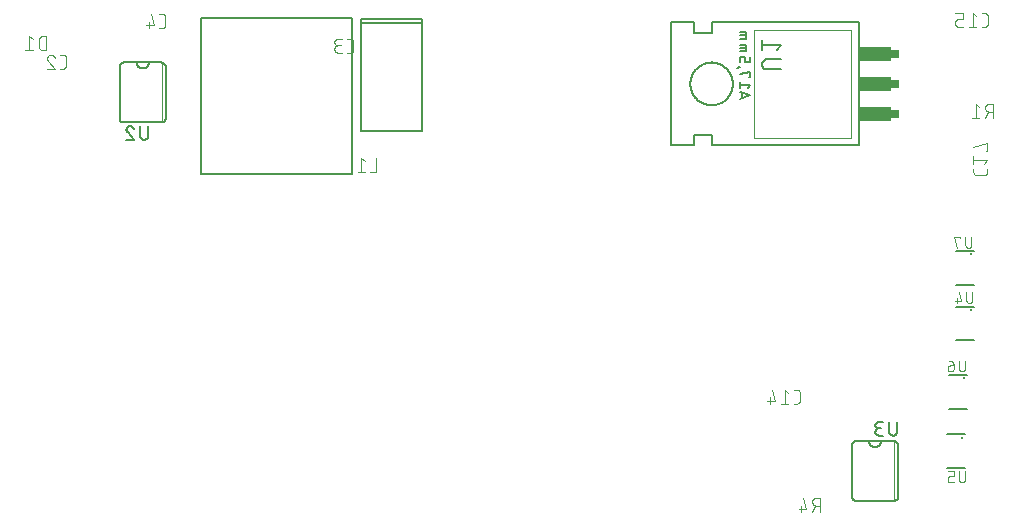
<source format=gbr>
G04 EAGLE Gerber RS-274X export*
G75*
%MOMM*%
%FSLAX34Y34*%
%LPD*%
%INSilkscreen Bottom*%
%IPPOS*%
%AMOC8*
5,1,8,0,0,1.08239X$1,22.5*%
G01*
%ADD10C,0.101600*%
%ADD11C,0.127000*%
%ADD12C,0.152400*%
%ADD13C,0.050800*%
%ADD14R,0.635000X0.762000*%
%ADD15R,2.794000X1.270000*%
%ADD16C,0.177800*%
%ADD17C,0.200000*%


D10*
X130264Y744368D02*
X132861Y744368D01*
X132960Y744370D01*
X133060Y744376D01*
X133159Y744385D01*
X133257Y744398D01*
X133355Y744415D01*
X133453Y744436D01*
X133549Y744461D01*
X133644Y744489D01*
X133738Y744521D01*
X133831Y744556D01*
X133923Y744595D01*
X134013Y744638D01*
X134101Y744683D01*
X134188Y744733D01*
X134272Y744785D01*
X134355Y744841D01*
X134435Y744899D01*
X134513Y744961D01*
X134588Y745026D01*
X134661Y745094D01*
X134731Y745164D01*
X134799Y745237D01*
X134864Y745312D01*
X134926Y745390D01*
X134984Y745470D01*
X135040Y745553D01*
X135092Y745637D01*
X135142Y745724D01*
X135187Y745812D01*
X135230Y745902D01*
X135269Y745994D01*
X135304Y746087D01*
X135336Y746181D01*
X135364Y746276D01*
X135389Y746372D01*
X135410Y746470D01*
X135427Y746568D01*
X135440Y746666D01*
X135449Y746765D01*
X135455Y746865D01*
X135457Y746964D01*
X135457Y753456D01*
X135455Y753555D01*
X135449Y753655D01*
X135440Y753754D01*
X135427Y753852D01*
X135410Y753950D01*
X135389Y754048D01*
X135364Y754144D01*
X135336Y754239D01*
X135304Y754333D01*
X135269Y754426D01*
X135230Y754518D01*
X135187Y754608D01*
X135142Y754696D01*
X135092Y754783D01*
X135040Y754867D01*
X134984Y754950D01*
X134926Y755030D01*
X134864Y755108D01*
X134799Y755183D01*
X134731Y755256D01*
X134661Y755326D01*
X134588Y755394D01*
X134513Y755459D01*
X134435Y755521D01*
X134355Y755579D01*
X134272Y755635D01*
X134188Y755687D01*
X134101Y755737D01*
X134013Y755782D01*
X133923Y755825D01*
X133831Y755864D01*
X133738Y755899D01*
X133644Y755931D01*
X133549Y755959D01*
X133453Y755984D01*
X133355Y756005D01*
X133257Y756022D01*
X133159Y756035D01*
X133060Y756044D01*
X132960Y756050D01*
X132861Y756052D01*
X130264Y756052D01*
X122329Y756052D02*
X122222Y756050D01*
X122116Y756044D01*
X122010Y756034D01*
X121904Y756021D01*
X121798Y756003D01*
X121694Y755982D01*
X121590Y755957D01*
X121487Y755928D01*
X121386Y755896D01*
X121286Y755859D01*
X121187Y755819D01*
X121089Y755776D01*
X120993Y755729D01*
X120899Y755678D01*
X120807Y755624D01*
X120717Y755567D01*
X120629Y755507D01*
X120544Y755443D01*
X120461Y755376D01*
X120380Y755306D01*
X120302Y755234D01*
X120226Y755158D01*
X120154Y755080D01*
X120084Y754999D01*
X120017Y754916D01*
X119953Y754831D01*
X119893Y754743D01*
X119836Y754653D01*
X119782Y754561D01*
X119731Y754467D01*
X119684Y754371D01*
X119641Y754273D01*
X119601Y754174D01*
X119564Y754074D01*
X119532Y753973D01*
X119503Y753870D01*
X119478Y753766D01*
X119457Y753662D01*
X119439Y753556D01*
X119426Y753450D01*
X119416Y753344D01*
X119410Y753238D01*
X119408Y753131D01*
X122329Y756052D02*
X122450Y756050D01*
X122571Y756044D01*
X122691Y756034D01*
X122812Y756021D01*
X122931Y756003D01*
X123051Y755982D01*
X123169Y755957D01*
X123286Y755928D01*
X123403Y755895D01*
X123518Y755859D01*
X123632Y755818D01*
X123745Y755775D01*
X123857Y755727D01*
X123966Y755676D01*
X124074Y755621D01*
X124181Y755563D01*
X124285Y755502D01*
X124387Y755437D01*
X124487Y755369D01*
X124585Y755298D01*
X124681Y755224D01*
X124774Y755147D01*
X124864Y755066D01*
X124952Y754983D01*
X125037Y754897D01*
X125120Y754808D01*
X125199Y754717D01*
X125276Y754623D01*
X125349Y754527D01*
X125419Y754429D01*
X125486Y754328D01*
X125550Y754225D01*
X125611Y754120D01*
X125668Y754013D01*
X125721Y753905D01*
X125771Y753795D01*
X125817Y753683D01*
X125860Y753570D01*
X125899Y753455D01*
X120382Y750859D02*
X120303Y750937D01*
X120227Y751017D01*
X120154Y751100D01*
X120084Y751186D01*
X120017Y751273D01*
X119953Y751364D01*
X119893Y751456D01*
X119835Y751550D01*
X119781Y751647D01*
X119731Y751745D01*
X119684Y751845D01*
X119640Y751946D01*
X119600Y752049D01*
X119564Y752154D01*
X119532Y752259D01*
X119503Y752366D01*
X119478Y752473D01*
X119456Y752582D01*
X119439Y752691D01*
X119425Y752800D01*
X119416Y752910D01*
X119410Y753021D01*
X119408Y753131D01*
X120382Y750859D02*
X125899Y744368D01*
X119408Y744368D01*
D11*
X436494Y782088D02*
X436494Y691488D01*
X436494Y782088D02*
X436494Y782688D01*
X385494Y782688D01*
X385494Y781588D01*
X385494Y691488D01*
X436494Y691488D01*
X436494Y782088D02*
X436494Y786588D01*
X385494Y786588D01*
X385494Y781588D01*
D10*
X376085Y757716D02*
X373488Y757716D01*
X376085Y757716D02*
X376184Y757718D01*
X376284Y757724D01*
X376383Y757733D01*
X376481Y757746D01*
X376579Y757763D01*
X376677Y757784D01*
X376773Y757809D01*
X376868Y757837D01*
X376962Y757869D01*
X377055Y757904D01*
X377147Y757943D01*
X377237Y757986D01*
X377325Y758031D01*
X377412Y758081D01*
X377496Y758133D01*
X377579Y758189D01*
X377659Y758247D01*
X377737Y758309D01*
X377812Y758374D01*
X377885Y758442D01*
X377955Y758512D01*
X378023Y758585D01*
X378088Y758660D01*
X378150Y758738D01*
X378208Y758818D01*
X378264Y758901D01*
X378316Y758985D01*
X378366Y759072D01*
X378411Y759160D01*
X378454Y759250D01*
X378493Y759342D01*
X378528Y759435D01*
X378560Y759529D01*
X378588Y759624D01*
X378613Y759720D01*
X378634Y759818D01*
X378651Y759916D01*
X378664Y760014D01*
X378673Y760113D01*
X378679Y760213D01*
X378681Y760312D01*
X378681Y766804D01*
X378679Y766903D01*
X378673Y767003D01*
X378664Y767102D01*
X378651Y767200D01*
X378634Y767298D01*
X378613Y767396D01*
X378588Y767492D01*
X378560Y767587D01*
X378528Y767681D01*
X378493Y767774D01*
X378454Y767866D01*
X378411Y767956D01*
X378366Y768044D01*
X378316Y768131D01*
X378264Y768215D01*
X378208Y768298D01*
X378150Y768378D01*
X378088Y768456D01*
X378023Y768531D01*
X377955Y768604D01*
X377885Y768674D01*
X377812Y768742D01*
X377737Y768807D01*
X377659Y768869D01*
X377579Y768927D01*
X377496Y768983D01*
X377412Y769035D01*
X377325Y769085D01*
X377237Y769130D01*
X377147Y769173D01*
X377055Y769212D01*
X376962Y769247D01*
X376868Y769279D01*
X376773Y769307D01*
X376677Y769332D01*
X376579Y769353D01*
X376481Y769370D01*
X376383Y769383D01*
X376284Y769392D01*
X376184Y769398D01*
X376085Y769400D01*
X373488Y769400D01*
X369123Y757716D02*
X365878Y757716D01*
X365765Y757718D01*
X365652Y757724D01*
X365539Y757734D01*
X365426Y757748D01*
X365314Y757765D01*
X365203Y757787D01*
X365093Y757812D01*
X364983Y757842D01*
X364875Y757875D01*
X364768Y757912D01*
X364662Y757952D01*
X364558Y757997D01*
X364455Y758045D01*
X364354Y758096D01*
X364255Y758151D01*
X364158Y758209D01*
X364063Y758271D01*
X363970Y758336D01*
X363880Y758404D01*
X363792Y758475D01*
X363706Y758550D01*
X363623Y758627D01*
X363543Y758707D01*
X363466Y758790D01*
X363391Y758876D01*
X363320Y758964D01*
X363252Y759054D01*
X363187Y759147D01*
X363125Y759242D01*
X363067Y759339D01*
X363012Y759438D01*
X362961Y759539D01*
X362913Y759642D01*
X362868Y759746D01*
X362828Y759852D01*
X362791Y759959D01*
X362758Y760067D01*
X362728Y760177D01*
X362703Y760287D01*
X362681Y760398D01*
X362664Y760510D01*
X362650Y760623D01*
X362640Y760736D01*
X362634Y760849D01*
X362632Y760962D01*
X362634Y761075D01*
X362640Y761188D01*
X362650Y761301D01*
X362664Y761414D01*
X362681Y761526D01*
X362703Y761637D01*
X362728Y761747D01*
X362758Y761857D01*
X362791Y761965D01*
X362828Y762072D01*
X362868Y762178D01*
X362913Y762282D01*
X362961Y762385D01*
X363012Y762486D01*
X363067Y762585D01*
X363125Y762682D01*
X363187Y762777D01*
X363252Y762870D01*
X363320Y762960D01*
X363391Y763048D01*
X363466Y763134D01*
X363543Y763217D01*
X363623Y763297D01*
X363706Y763374D01*
X363792Y763449D01*
X363880Y763520D01*
X363970Y763588D01*
X364063Y763653D01*
X364158Y763715D01*
X364255Y763773D01*
X364354Y763828D01*
X364455Y763879D01*
X364558Y763927D01*
X364662Y763972D01*
X364768Y764012D01*
X364875Y764049D01*
X364983Y764082D01*
X365093Y764112D01*
X365203Y764137D01*
X365314Y764159D01*
X365426Y764176D01*
X365539Y764190D01*
X365652Y764200D01*
X365765Y764206D01*
X365878Y764208D01*
X365228Y769400D02*
X369123Y769400D01*
X365228Y769400D02*
X365127Y769398D01*
X365027Y769392D01*
X364927Y769382D01*
X364827Y769369D01*
X364728Y769351D01*
X364629Y769330D01*
X364532Y769305D01*
X364435Y769276D01*
X364340Y769243D01*
X364246Y769207D01*
X364154Y769167D01*
X364063Y769124D01*
X363974Y769077D01*
X363887Y769027D01*
X363801Y768973D01*
X363718Y768916D01*
X363638Y768856D01*
X363559Y768793D01*
X363483Y768726D01*
X363410Y768657D01*
X363340Y768585D01*
X363272Y768511D01*
X363207Y768434D01*
X363146Y768354D01*
X363087Y768272D01*
X363032Y768188D01*
X362980Y768102D01*
X362931Y768014D01*
X362886Y767924D01*
X362844Y767832D01*
X362806Y767739D01*
X362772Y767644D01*
X362741Y767549D01*
X362714Y767452D01*
X362691Y767354D01*
X362671Y767255D01*
X362656Y767155D01*
X362644Y767055D01*
X362636Y766955D01*
X362632Y766854D01*
X362632Y766754D01*
X362636Y766653D01*
X362644Y766553D01*
X362656Y766453D01*
X362671Y766353D01*
X362691Y766254D01*
X362714Y766156D01*
X362741Y766059D01*
X362772Y765964D01*
X362806Y765869D01*
X362844Y765776D01*
X362886Y765684D01*
X362931Y765594D01*
X362980Y765506D01*
X363032Y765420D01*
X363087Y765336D01*
X363146Y765254D01*
X363207Y765174D01*
X363272Y765097D01*
X363340Y765023D01*
X363410Y764951D01*
X363483Y764882D01*
X363559Y764815D01*
X363638Y764752D01*
X363718Y764692D01*
X363801Y764635D01*
X363887Y764581D01*
X363974Y764531D01*
X364063Y764484D01*
X364154Y764441D01*
X364246Y764401D01*
X364340Y764365D01*
X364435Y764332D01*
X364532Y764303D01*
X364629Y764278D01*
X364728Y764257D01*
X364827Y764239D01*
X364927Y764226D01*
X365027Y764216D01*
X365127Y764210D01*
X365228Y764208D01*
X365228Y764207D02*
X367825Y764207D01*
X216809Y778800D02*
X214212Y778800D01*
X216809Y778801D02*
X216908Y778803D01*
X217008Y778809D01*
X217107Y778818D01*
X217205Y778831D01*
X217303Y778848D01*
X217401Y778869D01*
X217497Y778894D01*
X217592Y778922D01*
X217686Y778954D01*
X217779Y778989D01*
X217871Y779028D01*
X217961Y779071D01*
X218049Y779116D01*
X218136Y779166D01*
X218220Y779218D01*
X218303Y779274D01*
X218383Y779332D01*
X218461Y779394D01*
X218536Y779459D01*
X218609Y779527D01*
X218679Y779597D01*
X218747Y779670D01*
X218812Y779745D01*
X218874Y779823D01*
X218932Y779903D01*
X218988Y779986D01*
X219040Y780070D01*
X219090Y780157D01*
X219135Y780245D01*
X219178Y780335D01*
X219217Y780427D01*
X219252Y780520D01*
X219284Y780614D01*
X219312Y780709D01*
X219337Y780805D01*
X219358Y780903D01*
X219375Y781001D01*
X219388Y781099D01*
X219397Y781198D01*
X219403Y781298D01*
X219405Y781397D01*
X219405Y787888D01*
X219403Y787987D01*
X219397Y788087D01*
X219388Y788186D01*
X219375Y788284D01*
X219358Y788382D01*
X219337Y788480D01*
X219312Y788576D01*
X219284Y788671D01*
X219252Y788765D01*
X219217Y788858D01*
X219178Y788950D01*
X219135Y789040D01*
X219090Y789128D01*
X219040Y789215D01*
X218988Y789299D01*
X218932Y789382D01*
X218874Y789462D01*
X218812Y789540D01*
X218747Y789615D01*
X218679Y789688D01*
X218609Y789758D01*
X218536Y789826D01*
X218461Y789891D01*
X218383Y789953D01*
X218303Y790011D01*
X218220Y790067D01*
X218136Y790119D01*
X218049Y790169D01*
X217961Y790214D01*
X217871Y790257D01*
X217779Y790296D01*
X217686Y790331D01*
X217592Y790363D01*
X217497Y790391D01*
X217401Y790416D01*
X217303Y790437D01*
X217205Y790454D01*
X217107Y790467D01*
X217008Y790476D01*
X216908Y790482D01*
X216809Y790484D01*
X214212Y790484D01*
X207251Y790484D02*
X209847Y781397D01*
X203356Y781397D01*
X205303Y783993D02*
X205303Y778800D01*
X118847Y771734D02*
X118847Y760050D01*
X118847Y771734D02*
X115601Y771734D01*
X115488Y771732D01*
X115375Y771726D01*
X115262Y771716D01*
X115149Y771702D01*
X115037Y771685D01*
X114926Y771663D01*
X114816Y771638D01*
X114706Y771608D01*
X114598Y771575D01*
X114491Y771538D01*
X114385Y771498D01*
X114281Y771453D01*
X114178Y771405D01*
X114077Y771354D01*
X113978Y771299D01*
X113881Y771241D01*
X113786Y771179D01*
X113693Y771114D01*
X113603Y771046D01*
X113515Y770975D01*
X113429Y770900D01*
X113346Y770823D01*
X113266Y770743D01*
X113189Y770660D01*
X113114Y770574D01*
X113043Y770486D01*
X112975Y770396D01*
X112910Y770303D01*
X112848Y770208D01*
X112790Y770111D01*
X112735Y770012D01*
X112684Y769911D01*
X112636Y769808D01*
X112591Y769704D01*
X112551Y769598D01*
X112514Y769491D01*
X112481Y769383D01*
X112451Y769273D01*
X112426Y769163D01*
X112404Y769052D01*
X112387Y768940D01*
X112373Y768827D01*
X112363Y768714D01*
X112357Y768601D01*
X112355Y768488D01*
X112356Y768488D02*
X112356Y763296D01*
X112355Y763296D02*
X112357Y763183D01*
X112363Y763070D01*
X112373Y762957D01*
X112387Y762844D01*
X112404Y762732D01*
X112426Y762621D01*
X112451Y762511D01*
X112481Y762401D01*
X112514Y762293D01*
X112551Y762186D01*
X112591Y762080D01*
X112636Y761976D01*
X112684Y761873D01*
X112735Y761772D01*
X112790Y761673D01*
X112848Y761576D01*
X112910Y761481D01*
X112975Y761388D01*
X113043Y761298D01*
X113114Y761210D01*
X113189Y761124D01*
X113266Y761041D01*
X113346Y760961D01*
X113429Y760884D01*
X113515Y760809D01*
X113603Y760738D01*
X113693Y760670D01*
X113786Y760605D01*
X113881Y760543D01*
X113978Y760485D01*
X114077Y760430D01*
X114178Y760379D01*
X114281Y760331D01*
X114385Y760286D01*
X114491Y760246D01*
X114598Y760209D01*
X114706Y760176D01*
X114816Y760146D01*
X114926Y760121D01*
X115037Y760099D01*
X115149Y760082D01*
X115262Y760068D01*
X115375Y760058D01*
X115488Y760052D01*
X115601Y760050D01*
X118847Y760050D01*
X107036Y769138D02*
X103790Y771734D01*
X103790Y760050D01*
X100545Y760050D02*
X107036Y760050D01*
D11*
X249893Y654801D02*
X377893Y654801D01*
X377893Y786801D01*
X249893Y786801D01*
X249893Y654801D01*
D10*
X398205Y656929D02*
X398205Y668613D01*
X398205Y656929D02*
X393012Y656929D01*
X388702Y666017D02*
X385457Y668613D01*
X385457Y656929D01*
X388702Y656929D02*
X382211Y656929D01*
D12*
X180752Y702650D02*
X180752Y745830D01*
X219868Y702650D02*
X219866Y702528D01*
X219860Y702406D01*
X219850Y702284D01*
X219837Y702163D01*
X219819Y702042D01*
X219798Y701922D01*
X219772Y701802D01*
X219743Y701684D01*
X219711Y701566D01*
X219674Y701449D01*
X219634Y701334D01*
X219590Y701220D01*
X219542Y701108D01*
X219491Y700997D01*
X219436Y700888D01*
X219378Y700780D01*
X219316Y700675D01*
X219251Y700572D01*
X219183Y700470D01*
X219111Y700371D01*
X219037Y700275D01*
X218959Y700180D01*
X218878Y700089D01*
X218795Y699999D01*
X218709Y699913D01*
X218619Y699830D01*
X218528Y699749D01*
X218433Y699671D01*
X218337Y699597D01*
X218238Y699525D01*
X218136Y699457D01*
X218033Y699392D01*
X217928Y699330D01*
X217820Y699272D01*
X217711Y699217D01*
X217600Y699166D01*
X217488Y699118D01*
X217374Y699074D01*
X217259Y699034D01*
X217142Y698997D01*
X217024Y698965D01*
X216906Y698936D01*
X216786Y698910D01*
X216666Y698889D01*
X216545Y698871D01*
X216424Y698858D01*
X216302Y698848D01*
X216180Y698842D01*
X216058Y698840D01*
X180752Y745830D02*
X180754Y745952D01*
X180760Y746074D01*
X180770Y746196D01*
X180783Y746317D01*
X180801Y746438D01*
X180822Y746558D01*
X180848Y746678D01*
X180877Y746796D01*
X180909Y746914D01*
X180946Y747031D01*
X180986Y747146D01*
X181030Y747260D01*
X181078Y747372D01*
X181129Y747483D01*
X181184Y747592D01*
X181242Y747700D01*
X181304Y747805D01*
X181369Y747908D01*
X181437Y748010D01*
X181509Y748109D01*
X181583Y748205D01*
X181661Y748300D01*
X181742Y748391D01*
X181825Y748481D01*
X181911Y748567D01*
X182001Y748650D01*
X182092Y748731D01*
X182187Y748809D01*
X182283Y748883D01*
X182382Y748955D01*
X182484Y749023D01*
X182587Y749088D01*
X182692Y749150D01*
X182800Y749208D01*
X182909Y749263D01*
X183020Y749314D01*
X183132Y749362D01*
X183246Y749406D01*
X183361Y749446D01*
X183478Y749483D01*
X183596Y749515D01*
X183714Y749544D01*
X183834Y749570D01*
X183954Y749591D01*
X184075Y749609D01*
X184196Y749622D01*
X184318Y749632D01*
X184440Y749638D01*
X184562Y749640D01*
X180752Y702650D02*
X180754Y702528D01*
X180760Y702406D01*
X180770Y702284D01*
X180783Y702163D01*
X180801Y702042D01*
X180822Y701922D01*
X180848Y701802D01*
X180877Y701684D01*
X180909Y701566D01*
X180946Y701449D01*
X180986Y701334D01*
X181030Y701220D01*
X181078Y701108D01*
X181129Y700997D01*
X181184Y700888D01*
X181242Y700780D01*
X181304Y700675D01*
X181369Y700572D01*
X181437Y700470D01*
X181509Y700371D01*
X181583Y700275D01*
X181661Y700180D01*
X181742Y700089D01*
X181825Y699999D01*
X181911Y699913D01*
X182001Y699830D01*
X182092Y699749D01*
X182187Y699671D01*
X182283Y699597D01*
X182382Y699525D01*
X182484Y699457D01*
X182587Y699392D01*
X182692Y699330D01*
X182800Y699272D01*
X182909Y699217D01*
X183020Y699166D01*
X183132Y699118D01*
X183246Y699074D01*
X183361Y699034D01*
X183478Y698997D01*
X183596Y698965D01*
X183714Y698936D01*
X183834Y698910D01*
X183954Y698889D01*
X184075Y698871D01*
X184196Y698858D01*
X184318Y698848D01*
X184440Y698842D01*
X184562Y698840D01*
X219868Y745830D02*
X219866Y745952D01*
X219860Y746074D01*
X219850Y746196D01*
X219837Y746317D01*
X219819Y746438D01*
X219798Y746558D01*
X219772Y746678D01*
X219743Y746796D01*
X219711Y746914D01*
X219674Y747031D01*
X219634Y747146D01*
X219590Y747260D01*
X219542Y747372D01*
X219491Y747483D01*
X219436Y747592D01*
X219378Y747700D01*
X219316Y747805D01*
X219251Y747908D01*
X219183Y748010D01*
X219111Y748109D01*
X219037Y748205D01*
X218959Y748300D01*
X218878Y748391D01*
X218795Y748481D01*
X218709Y748567D01*
X218619Y748650D01*
X218528Y748731D01*
X218433Y748809D01*
X218337Y748883D01*
X218238Y748955D01*
X218136Y749023D01*
X218033Y749088D01*
X217928Y749150D01*
X217820Y749208D01*
X217711Y749263D01*
X217600Y749314D01*
X217488Y749362D01*
X217374Y749406D01*
X217259Y749446D01*
X217142Y749483D01*
X217024Y749515D01*
X216906Y749544D01*
X216786Y749570D01*
X216666Y749591D01*
X216545Y749609D01*
X216424Y749622D01*
X216302Y749632D01*
X216180Y749638D01*
X216058Y749640D01*
X219868Y745830D02*
X219868Y702650D01*
X216058Y698840D02*
X184562Y698840D01*
X184562Y749640D02*
X195230Y749640D01*
X205390Y749640D01*
X216058Y749640D01*
X205390Y749640D02*
X205388Y749499D01*
X205382Y749358D01*
X205372Y749217D01*
X205359Y749076D01*
X205341Y748936D01*
X205319Y748797D01*
X205294Y748658D01*
X205265Y748519D01*
X205232Y748382D01*
X205195Y748246D01*
X205154Y748111D01*
X205110Y747976D01*
X205062Y747844D01*
X205010Y747712D01*
X204955Y747582D01*
X204896Y747454D01*
X204833Y747327D01*
X204767Y747203D01*
X204698Y747080D01*
X204625Y746959D01*
X204549Y746840D01*
X204469Y746723D01*
X204386Y746609D01*
X204301Y746496D01*
X204212Y746387D01*
X204120Y746279D01*
X204025Y746175D01*
X203927Y746073D01*
X203826Y745974D01*
X203723Y745877D01*
X203617Y745784D01*
X203509Y745694D01*
X203398Y745606D01*
X203285Y745522D01*
X203169Y745441D01*
X203051Y745363D01*
X202931Y745288D01*
X202809Y745217D01*
X202685Y745149D01*
X202559Y745085D01*
X202432Y745024D01*
X202303Y744967D01*
X202172Y744914D01*
X202040Y744864D01*
X201907Y744817D01*
X201772Y744775D01*
X201636Y744736D01*
X201499Y744701D01*
X201362Y744670D01*
X201223Y744643D01*
X201084Y744619D01*
X200944Y744600D01*
X200804Y744584D01*
X200663Y744572D01*
X200522Y744564D01*
X200381Y744560D01*
X200239Y744560D01*
X200098Y744564D01*
X199957Y744572D01*
X199816Y744584D01*
X199676Y744600D01*
X199536Y744619D01*
X199397Y744643D01*
X199258Y744670D01*
X199121Y744701D01*
X198984Y744736D01*
X198848Y744775D01*
X198713Y744817D01*
X198580Y744864D01*
X198448Y744914D01*
X198317Y744967D01*
X198188Y745024D01*
X198061Y745085D01*
X197935Y745149D01*
X197811Y745217D01*
X197689Y745288D01*
X197569Y745363D01*
X197451Y745441D01*
X197335Y745522D01*
X197222Y745606D01*
X197111Y745694D01*
X197003Y745784D01*
X196897Y745877D01*
X196794Y745974D01*
X196693Y746073D01*
X196595Y746175D01*
X196500Y746279D01*
X196408Y746387D01*
X196319Y746496D01*
X196234Y746609D01*
X196151Y746723D01*
X196071Y746840D01*
X195995Y746959D01*
X195922Y747080D01*
X195853Y747203D01*
X195787Y747327D01*
X195724Y747454D01*
X195665Y747582D01*
X195610Y747712D01*
X195558Y747844D01*
X195510Y747976D01*
X195466Y748111D01*
X195425Y748246D01*
X195388Y748382D01*
X195355Y748519D01*
X195326Y748658D01*
X195301Y748797D01*
X195279Y748936D01*
X195261Y749076D01*
X195248Y749217D01*
X195238Y749358D01*
X195232Y749499D01*
X195230Y749640D01*
D13*
X216312Y749640D02*
X216312Y698840D01*
D11*
X204755Y695665D02*
X204755Y687410D01*
X204753Y687299D01*
X204747Y687189D01*
X204738Y687078D01*
X204724Y686968D01*
X204707Y686859D01*
X204686Y686750D01*
X204661Y686642D01*
X204632Y686535D01*
X204600Y686429D01*
X204564Y686324D01*
X204524Y686221D01*
X204481Y686119D01*
X204434Y686018D01*
X204383Y685919D01*
X204330Y685823D01*
X204273Y685728D01*
X204212Y685635D01*
X204149Y685544D01*
X204082Y685455D01*
X204012Y685369D01*
X203939Y685286D01*
X203864Y685204D01*
X203786Y685126D01*
X203704Y685051D01*
X203621Y684978D01*
X203535Y684908D01*
X203446Y684841D01*
X203355Y684778D01*
X203262Y684717D01*
X203167Y684660D01*
X203071Y684607D01*
X202972Y684556D01*
X202871Y684509D01*
X202769Y684466D01*
X202666Y684426D01*
X202561Y684390D01*
X202455Y684358D01*
X202348Y684329D01*
X202240Y684304D01*
X202131Y684283D01*
X202022Y684266D01*
X201912Y684252D01*
X201801Y684243D01*
X201691Y684237D01*
X201580Y684235D01*
X201469Y684237D01*
X201359Y684243D01*
X201248Y684252D01*
X201138Y684266D01*
X201029Y684283D01*
X200920Y684304D01*
X200812Y684329D01*
X200705Y684358D01*
X200599Y684390D01*
X200494Y684426D01*
X200391Y684466D01*
X200289Y684509D01*
X200188Y684556D01*
X200089Y684607D01*
X199993Y684660D01*
X199898Y684717D01*
X199805Y684778D01*
X199714Y684841D01*
X199625Y684908D01*
X199539Y684978D01*
X199456Y685051D01*
X199374Y685126D01*
X199296Y685204D01*
X199221Y685286D01*
X199148Y685369D01*
X199078Y685455D01*
X199011Y685544D01*
X198948Y685635D01*
X198887Y685728D01*
X198830Y685823D01*
X198777Y685919D01*
X198726Y686018D01*
X198679Y686119D01*
X198636Y686221D01*
X198596Y686324D01*
X198560Y686429D01*
X198528Y686535D01*
X198499Y686642D01*
X198474Y686750D01*
X198453Y686859D01*
X198436Y686968D01*
X198422Y687078D01*
X198413Y687189D01*
X198407Y687299D01*
X198405Y687410D01*
X198405Y695665D01*
X189452Y695666D02*
X189348Y695664D01*
X189243Y695658D01*
X189139Y695649D01*
X189036Y695636D01*
X188933Y695618D01*
X188831Y695598D01*
X188729Y695573D01*
X188629Y695545D01*
X188529Y695513D01*
X188431Y695477D01*
X188334Y695438D01*
X188239Y695396D01*
X188145Y695350D01*
X188053Y695300D01*
X187963Y695248D01*
X187875Y695192D01*
X187789Y695132D01*
X187705Y695070D01*
X187624Y695005D01*
X187545Y694937D01*
X187468Y694865D01*
X187395Y694792D01*
X187323Y694715D01*
X187255Y694636D01*
X187190Y694555D01*
X187128Y694471D01*
X187068Y694385D01*
X187012Y694297D01*
X186960Y694207D01*
X186910Y694115D01*
X186864Y694021D01*
X186822Y693926D01*
X186783Y693829D01*
X186747Y693731D01*
X186715Y693631D01*
X186687Y693531D01*
X186662Y693429D01*
X186642Y693327D01*
X186624Y693224D01*
X186611Y693121D01*
X186602Y693017D01*
X186596Y692912D01*
X186594Y692808D01*
X189452Y695665D02*
X189570Y695663D01*
X189689Y695657D01*
X189807Y695648D01*
X189924Y695635D01*
X190041Y695617D01*
X190158Y695597D01*
X190274Y695572D01*
X190389Y695544D01*
X190502Y695511D01*
X190615Y695476D01*
X190727Y695436D01*
X190837Y695394D01*
X190946Y695347D01*
X191054Y695297D01*
X191159Y695244D01*
X191263Y695187D01*
X191365Y695127D01*
X191465Y695064D01*
X191563Y694997D01*
X191659Y694928D01*
X191752Y694855D01*
X191843Y694779D01*
X191932Y694701D01*
X192018Y694619D01*
X192101Y694535D01*
X192182Y694449D01*
X192259Y694359D01*
X192334Y694268D01*
X192406Y694174D01*
X192475Y694077D01*
X192540Y693979D01*
X192603Y693878D01*
X192662Y693775D01*
X192718Y693671D01*
X192770Y693565D01*
X192819Y693457D01*
X192864Y693348D01*
X192906Y693237D01*
X192944Y693125D01*
X187546Y690586D02*
X187470Y690661D01*
X187395Y690740D01*
X187324Y690821D01*
X187255Y690905D01*
X187190Y690991D01*
X187128Y691079D01*
X187068Y691169D01*
X187012Y691261D01*
X186959Y691356D01*
X186910Y691452D01*
X186864Y691550D01*
X186821Y691649D01*
X186782Y691750D01*
X186747Y691852D01*
X186715Y691955D01*
X186687Y692059D01*
X186662Y692164D01*
X186641Y692271D01*
X186624Y692377D01*
X186611Y692484D01*
X186602Y692592D01*
X186596Y692700D01*
X186594Y692808D01*
X187547Y690585D02*
X192944Y684235D01*
X186594Y684235D01*
X806450Y679450D02*
X806450Y783590D01*
X647700Y783590D02*
X647700Y679450D01*
X681990Y679450D02*
X806450Y679450D01*
X681990Y679450D02*
X681990Y688340D01*
X666750Y688340D01*
X666750Y679450D01*
X647700Y679450D01*
X681990Y783590D02*
X806450Y783590D01*
X681990Y783590D02*
X681990Y774700D01*
X666750Y774700D01*
X666750Y783590D01*
X647700Y783590D01*
D13*
X800100Y777240D02*
X800100Y685800D01*
X717550Y685800D01*
X717550Y777240D01*
X800100Y777240D01*
D11*
X663956Y731520D02*
X663961Y731963D01*
X663978Y732405D01*
X664005Y732847D01*
X664043Y733288D01*
X664092Y733728D01*
X664151Y734166D01*
X664222Y734603D01*
X664303Y735038D01*
X664394Y735471D01*
X664496Y735902D01*
X664609Y736330D01*
X664733Y736755D01*
X664866Y737177D01*
X665010Y737595D01*
X665164Y738010D01*
X665329Y738421D01*
X665503Y738828D01*
X665687Y739231D01*
X665882Y739628D01*
X666085Y740021D01*
X666299Y740409D01*
X666522Y740791D01*
X666754Y741168D01*
X666995Y741539D01*
X667246Y741904D01*
X667505Y742263D01*
X667773Y742615D01*
X668050Y742961D01*
X668334Y743299D01*
X668628Y743631D01*
X668929Y743955D01*
X669238Y744272D01*
X669555Y744581D01*
X669879Y744882D01*
X670211Y745176D01*
X670549Y745460D01*
X670895Y745737D01*
X671247Y746005D01*
X671606Y746264D01*
X671971Y746515D01*
X672342Y746756D01*
X672719Y746988D01*
X673101Y747211D01*
X673489Y747425D01*
X673882Y747628D01*
X674279Y747823D01*
X674682Y748007D01*
X675089Y748181D01*
X675500Y748346D01*
X675915Y748500D01*
X676333Y748644D01*
X676755Y748777D01*
X677180Y748901D01*
X677608Y749014D01*
X678039Y749116D01*
X678472Y749207D01*
X678907Y749288D01*
X679344Y749359D01*
X679782Y749418D01*
X680222Y749467D01*
X680663Y749505D01*
X681105Y749532D01*
X681547Y749549D01*
X681990Y749554D01*
X682433Y749549D01*
X682875Y749532D01*
X683317Y749505D01*
X683758Y749467D01*
X684198Y749418D01*
X684636Y749359D01*
X685073Y749288D01*
X685508Y749207D01*
X685941Y749116D01*
X686372Y749014D01*
X686800Y748901D01*
X687225Y748777D01*
X687647Y748644D01*
X688065Y748500D01*
X688480Y748346D01*
X688891Y748181D01*
X689298Y748007D01*
X689701Y747823D01*
X690098Y747628D01*
X690491Y747425D01*
X690879Y747211D01*
X691261Y746988D01*
X691638Y746756D01*
X692009Y746515D01*
X692374Y746264D01*
X692733Y746005D01*
X693085Y745737D01*
X693431Y745460D01*
X693769Y745176D01*
X694101Y744882D01*
X694425Y744581D01*
X694742Y744272D01*
X695051Y743955D01*
X695352Y743631D01*
X695646Y743299D01*
X695930Y742961D01*
X696207Y742615D01*
X696475Y742263D01*
X696734Y741904D01*
X696985Y741539D01*
X697226Y741168D01*
X697458Y740791D01*
X697681Y740409D01*
X697895Y740021D01*
X698098Y739628D01*
X698293Y739231D01*
X698477Y738828D01*
X698651Y738421D01*
X698816Y738010D01*
X698970Y737595D01*
X699114Y737177D01*
X699247Y736755D01*
X699371Y736330D01*
X699484Y735902D01*
X699586Y735471D01*
X699677Y735038D01*
X699758Y734603D01*
X699829Y734166D01*
X699888Y733728D01*
X699937Y733288D01*
X699975Y732847D01*
X700002Y732405D01*
X700019Y731963D01*
X700024Y731520D01*
X700019Y731077D01*
X700002Y730635D01*
X699975Y730193D01*
X699937Y729752D01*
X699888Y729312D01*
X699829Y728874D01*
X699758Y728437D01*
X699677Y728002D01*
X699586Y727569D01*
X699484Y727138D01*
X699371Y726710D01*
X699247Y726285D01*
X699114Y725863D01*
X698970Y725445D01*
X698816Y725030D01*
X698651Y724619D01*
X698477Y724212D01*
X698293Y723809D01*
X698098Y723412D01*
X697895Y723019D01*
X697681Y722631D01*
X697458Y722249D01*
X697226Y721872D01*
X696985Y721501D01*
X696734Y721136D01*
X696475Y720777D01*
X696207Y720425D01*
X695930Y720079D01*
X695646Y719741D01*
X695352Y719409D01*
X695051Y719085D01*
X694742Y718768D01*
X694425Y718459D01*
X694101Y718158D01*
X693769Y717864D01*
X693431Y717580D01*
X693085Y717303D01*
X692733Y717035D01*
X692374Y716776D01*
X692009Y716525D01*
X691638Y716284D01*
X691261Y716052D01*
X690879Y715829D01*
X690491Y715615D01*
X690098Y715412D01*
X689701Y715217D01*
X689298Y715033D01*
X688891Y714859D01*
X688480Y714694D01*
X688065Y714540D01*
X687647Y714396D01*
X687225Y714263D01*
X686800Y714139D01*
X686372Y714026D01*
X685941Y713924D01*
X685508Y713833D01*
X685073Y713752D01*
X684636Y713681D01*
X684198Y713622D01*
X683758Y713573D01*
X683317Y713535D01*
X682875Y713508D01*
X682433Y713491D01*
X681990Y713486D01*
X681547Y713491D01*
X681105Y713508D01*
X680663Y713535D01*
X680222Y713573D01*
X679782Y713622D01*
X679344Y713681D01*
X678907Y713752D01*
X678472Y713833D01*
X678039Y713924D01*
X677608Y714026D01*
X677180Y714139D01*
X676755Y714263D01*
X676333Y714396D01*
X675915Y714540D01*
X675500Y714694D01*
X675089Y714859D01*
X674682Y715033D01*
X674279Y715217D01*
X673882Y715412D01*
X673489Y715615D01*
X673101Y715829D01*
X672719Y716052D01*
X672342Y716284D01*
X671971Y716525D01*
X671606Y716776D01*
X671247Y717035D01*
X670895Y717303D01*
X670549Y717580D01*
X670211Y717864D01*
X669879Y718158D01*
X669555Y718459D01*
X669238Y718768D01*
X668929Y719085D01*
X668628Y719409D01*
X668334Y719741D01*
X668050Y720079D01*
X667773Y720425D01*
X667505Y720777D01*
X667246Y721136D01*
X666995Y721501D01*
X666754Y721872D01*
X666522Y722249D01*
X666299Y722631D01*
X666085Y723019D01*
X665882Y723412D01*
X665687Y723809D01*
X665503Y724212D01*
X665329Y724619D01*
X665164Y725030D01*
X665010Y725445D01*
X664866Y725863D01*
X664733Y726285D01*
X664609Y726710D01*
X664496Y727138D01*
X664394Y727569D01*
X664303Y728002D01*
X664222Y728437D01*
X664151Y728874D01*
X664092Y729312D01*
X664043Y729752D01*
X664005Y730193D01*
X663978Y730635D01*
X663961Y731077D01*
X663956Y731520D01*
X705739Y718760D02*
X714375Y721639D01*
X705739Y724517D01*
X707898Y723798D02*
X707898Y719480D01*
X712456Y728155D02*
X714375Y730554D01*
X705739Y730554D01*
X705739Y728155D02*
X705739Y732953D01*
X713415Y737071D02*
X714375Y737071D01*
X714375Y741868D01*
X705739Y739470D01*
X705739Y745427D02*
X705739Y745906D01*
X705739Y745427D02*
X706219Y745427D01*
X706219Y745906D01*
X705739Y745906D01*
X703820Y745187D01*
X705739Y749552D02*
X705739Y752431D01*
X705741Y752517D01*
X705747Y752603D01*
X705756Y752689D01*
X705770Y752774D01*
X705787Y752858D01*
X705808Y752942D01*
X705833Y753024D01*
X705861Y753105D01*
X705893Y753185D01*
X705929Y753264D01*
X705968Y753340D01*
X706011Y753415D01*
X706056Y753488D01*
X706106Y753559D01*
X706158Y753627D01*
X706213Y753694D01*
X706271Y753757D01*
X706332Y753818D01*
X706395Y753876D01*
X706462Y753931D01*
X706530Y753984D01*
X706601Y754033D01*
X706674Y754078D01*
X706749Y754121D01*
X706825Y754160D01*
X706904Y754196D01*
X706984Y754228D01*
X707065Y754256D01*
X707148Y754281D01*
X707231Y754302D01*
X707315Y754319D01*
X707400Y754333D01*
X707486Y754342D01*
X707572Y754348D01*
X707658Y754350D01*
X708618Y754350D01*
X708704Y754348D01*
X708790Y754342D01*
X708876Y754333D01*
X708961Y754319D01*
X709045Y754302D01*
X709129Y754281D01*
X709211Y754256D01*
X709292Y754228D01*
X709372Y754196D01*
X709451Y754160D01*
X709527Y754121D01*
X709602Y754078D01*
X709675Y754033D01*
X709746Y753984D01*
X709814Y753931D01*
X709881Y753876D01*
X709944Y753818D01*
X710005Y753757D01*
X710063Y753694D01*
X710118Y753627D01*
X710171Y753559D01*
X710220Y753488D01*
X710265Y753415D01*
X710308Y753340D01*
X710347Y753264D01*
X710383Y753185D01*
X710415Y753105D01*
X710443Y753024D01*
X710468Y752942D01*
X710489Y752858D01*
X710506Y752774D01*
X710520Y752689D01*
X710529Y752603D01*
X710535Y752517D01*
X710537Y752431D01*
X710537Y749552D01*
X714375Y749552D01*
X714375Y754350D01*
X711496Y758879D02*
X705739Y758879D01*
X711496Y758879D02*
X711496Y763197D01*
X711494Y763272D01*
X711488Y763347D01*
X711478Y763422D01*
X711465Y763496D01*
X711447Y763569D01*
X711426Y763642D01*
X711400Y763713D01*
X711372Y763782D01*
X711339Y763850D01*
X711303Y763917D01*
X711264Y763981D01*
X711221Y764043D01*
X711175Y764103D01*
X711126Y764160D01*
X711075Y764215D01*
X711020Y764266D01*
X710963Y764315D01*
X710903Y764361D01*
X710841Y764404D01*
X710777Y764443D01*
X710710Y764479D01*
X710642Y764512D01*
X710573Y764540D01*
X710502Y764566D01*
X710429Y764587D01*
X710356Y764605D01*
X710282Y764618D01*
X710207Y764628D01*
X710132Y764634D01*
X710057Y764636D01*
X710057Y764637D02*
X705739Y764637D01*
X705739Y761758D02*
X711496Y761758D01*
X711496Y769578D02*
X705739Y769578D01*
X711496Y769578D02*
X711496Y773896D01*
X711494Y773971D01*
X711488Y774046D01*
X711478Y774121D01*
X711465Y774195D01*
X711447Y774268D01*
X711426Y774341D01*
X711400Y774412D01*
X711372Y774481D01*
X711339Y774549D01*
X711303Y774616D01*
X711264Y774680D01*
X711221Y774742D01*
X711175Y774802D01*
X711126Y774859D01*
X711075Y774914D01*
X711020Y774965D01*
X710963Y775014D01*
X710903Y775060D01*
X710841Y775103D01*
X710777Y775142D01*
X710710Y775178D01*
X710642Y775211D01*
X710573Y775239D01*
X710502Y775265D01*
X710429Y775286D01*
X710356Y775304D01*
X710282Y775317D01*
X710207Y775327D01*
X710132Y775333D01*
X710057Y775335D01*
X705739Y775335D01*
X705739Y772456D02*
X711496Y772456D01*
D14*
X837565Y706120D03*
X837565Y731520D03*
X837565Y756920D03*
D15*
X820420Y756920D03*
X820420Y731520D03*
X820420Y706120D03*
D16*
X740791Y743689D02*
X729234Y743689D01*
X729102Y743691D01*
X728971Y743697D01*
X728839Y743707D01*
X728708Y743720D01*
X728578Y743738D01*
X728448Y743759D01*
X728318Y743784D01*
X728190Y743813D01*
X728062Y743846D01*
X727936Y743883D01*
X727810Y743923D01*
X727686Y743967D01*
X727563Y744015D01*
X727442Y744066D01*
X727322Y744121D01*
X727204Y744179D01*
X727088Y744241D01*
X726974Y744307D01*
X726861Y744375D01*
X726751Y744447D01*
X726643Y744522D01*
X726537Y744601D01*
X726433Y744682D01*
X726332Y744767D01*
X726234Y744854D01*
X726138Y744945D01*
X726045Y745038D01*
X725954Y745134D01*
X725867Y745232D01*
X725782Y745333D01*
X725701Y745437D01*
X725622Y745543D01*
X725547Y745651D01*
X725475Y745761D01*
X725407Y745874D01*
X725341Y745988D01*
X725279Y746104D01*
X725221Y746222D01*
X725166Y746342D01*
X725115Y746463D01*
X725067Y746586D01*
X725023Y746710D01*
X724983Y746836D01*
X724946Y746962D01*
X724913Y747090D01*
X724884Y747218D01*
X724859Y747348D01*
X724838Y747478D01*
X724820Y747608D01*
X724807Y747739D01*
X724797Y747871D01*
X724791Y748002D01*
X724789Y748134D01*
X724791Y748266D01*
X724797Y748397D01*
X724807Y748529D01*
X724820Y748660D01*
X724838Y748790D01*
X724859Y748920D01*
X724884Y749050D01*
X724913Y749178D01*
X724946Y749306D01*
X724983Y749432D01*
X725023Y749558D01*
X725067Y749682D01*
X725115Y749805D01*
X725166Y749926D01*
X725221Y750046D01*
X725279Y750164D01*
X725341Y750280D01*
X725407Y750394D01*
X725475Y750507D01*
X725547Y750617D01*
X725622Y750725D01*
X725701Y750831D01*
X725782Y750935D01*
X725867Y751036D01*
X725954Y751134D01*
X726045Y751230D01*
X726138Y751323D01*
X726234Y751414D01*
X726332Y751501D01*
X726433Y751586D01*
X726537Y751667D01*
X726643Y751746D01*
X726751Y751821D01*
X726861Y751893D01*
X726974Y751961D01*
X727088Y752027D01*
X727204Y752089D01*
X727322Y752147D01*
X727442Y752202D01*
X727563Y752253D01*
X727686Y752301D01*
X727810Y752345D01*
X727936Y752385D01*
X728062Y752422D01*
X728190Y752455D01*
X728318Y752484D01*
X728448Y752509D01*
X728578Y752530D01*
X728708Y752548D01*
X728839Y752561D01*
X728971Y752571D01*
X729102Y752577D01*
X729234Y752579D01*
X740791Y752579D01*
X737235Y759841D02*
X740791Y764286D01*
X724789Y764286D01*
X724789Y759841D02*
X724789Y768731D01*
D10*
X910524Y779780D02*
X913121Y779780D01*
X913220Y779782D01*
X913320Y779788D01*
X913419Y779797D01*
X913517Y779810D01*
X913615Y779827D01*
X913713Y779848D01*
X913809Y779873D01*
X913904Y779901D01*
X913998Y779933D01*
X914091Y779968D01*
X914183Y780007D01*
X914273Y780050D01*
X914361Y780095D01*
X914448Y780145D01*
X914532Y780197D01*
X914615Y780253D01*
X914695Y780311D01*
X914773Y780373D01*
X914848Y780438D01*
X914921Y780506D01*
X914991Y780576D01*
X915059Y780649D01*
X915124Y780724D01*
X915186Y780802D01*
X915244Y780882D01*
X915300Y780965D01*
X915352Y781049D01*
X915402Y781136D01*
X915447Y781224D01*
X915490Y781314D01*
X915529Y781406D01*
X915564Y781499D01*
X915596Y781593D01*
X915624Y781688D01*
X915649Y781784D01*
X915670Y781882D01*
X915687Y781980D01*
X915700Y782078D01*
X915709Y782177D01*
X915715Y782277D01*
X915717Y782376D01*
X915717Y788868D01*
X915715Y788967D01*
X915709Y789067D01*
X915700Y789166D01*
X915687Y789264D01*
X915670Y789362D01*
X915649Y789460D01*
X915624Y789556D01*
X915596Y789651D01*
X915564Y789745D01*
X915529Y789838D01*
X915490Y789930D01*
X915447Y790020D01*
X915402Y790108D01*
X915352Y790195D01*
X915300Y790279D01*
X915244Y790362D01*
X915186Y790442D01*
X915124Y790520D01*
X915059Y790595D01*
X914991Y790668D01*
X914921Y790738D01*
X914848Y790806D01*
X914773Y790871D01*
X914695Y790933D01*
X914615Y790991D01*
X914532Y791047D01*
X914448Y791099D01*
X914361Y791149D01*
X914273Y791194D01*
X914183Y791237D01*
X914091Y791276D01*
X913998Y791311D01*
X913904Y791343D01*
X913809Y791371D01*
X913713Y791396D01*
X913615Y791417D01*
X913517Y791434D01*
X913419Y791447D01*
X913320Y791456D01*
X913220Y791462D01*
X913121Y791464D01*
X910524Y791464D01*
X906159Y788868D02*
X902914Y791464D01*
X902914Y779780D01*
X906159Y779780D02*
X899668Y779780D01*
X894729Y779780D02*
X890834Y779780D01*
X890735Y779782D01*
X890635Y779788D01*
X890536Y779797D01*
X890438Y779810D01*
X890340Y779827D01*
X890242Y779848D01*
X890146Y779873D01*
X890051Y779901D01*
X889957Y779933D01*
X889864Y779968D01*
X889772Y780007D01*
X889682Y780050D01*
X889594Y780095D01*
X889507Y780145D01*
X889423Y780197D01*
X889340Y780253D01*
X889260Y780311D01*
X889182Y780373D01*
X889107Y780438D01*
X889034Y780506D01*
X888964Y780576D01*
X888896Y780649D01*
X888831Y780724D01*
X888769Y780802D01*
X888711Y780882D01*
X888655Y780965D01*
X888603Y781049D01*
X888553Y781136D01*
X888508Y781224D01*
X888465Y781314D01*
X888426Y781406D01*
X888391Y781499D01*
X888359Y781593D01*
X888331Y781688D01*
X888306Y781784D01*
X888285Y781882D01*
X888268Y781980D01*
X888255Y782078D01*
X888246Y782177D01*
X888240Y782277D01*
X888238Y782376D01*
X888238Y783675D01*
X888240Y783774D01*
X888246Y783874D01*
X888255Y783973D01*
X888268Y784071D01*
X888285Y784169D01*
X888306Y784267D01*
X888331Y784363D01*
X888359Y784458D01*
X888391Y784552D01*
X888426Y784645D01*
X888465Y784737D01*
X888508Y784827D01*
X888553Y784915D01*
X888603Y785002D01*
X888655Y785086D01*
X888711Y785169D01*
X888769Y785249D01*
X888831Y785327D01*
X888896Y785402D01*
X888964Y785475D01*
X889034Y785545D01*
X889107Y785613D01*
X889182Y785678D01*
X889260Y785740D01*
X889340Y785798D01*
X889423Y785854D01*
X889507Y785906D01*
X889594Y785956D01*
X889682Y786001D01*
X889772Y786044D01*
X889864Y786083D01*
X889957Y786118D01*
X890051Y786150D01*
X890146Y786178D01*
X890242Y786203D01*
X890340Y786224D01*
X890438Y786241D01*
X890536Y786254D01*
X890635Y786263D01*
X890735Y786269D01*
X890834Y786271D01*
X894729Y786271D01*
X894729Y791464D01*
X888238Y791464D01*
X903732Y659243D02*
X903732Y656646D01*
X903734Y656547D01*
X903740Y656447D01*
X903749Y656348D01*
X903762Y656250D01*
X903779Y656152D01*
X903800Y656054D01*
X903825Y655958D01*
X903853Y655863D01*
X903885Y655769D01*
X903920Y655676D01*
X903959Y655584D01*
X904002Y655494D01*
X904047Y655406D01*
X904097Y655319D01*
X904149Y655235D01*
X904205Y655152D01*
X904263Y655072D01*
X904325Y654994D01*
X904390Y654919D01*
X904458Y654846D01*
X904528Y654776D01*
X904601Y654708D01*
X904676Y654643D01*
X904754Y654581D01*
X904834Y654523D01*
X904917Y654467D01*
X905001Y654415D01*
X905088Y654365D01*
X905176Y654320D01*
X905266Y654277D01*
X905358Y654238D01*
X905451Y654203D01*
X905545Y654171D01*
X905640Y654143D01*
X905736Y654118D01*
X905834Y654097D01*
X905932Y654080D01*
X906030Y654067D01*
X906129Y654058D01*
X906229Y654052D01*
X906328Y654050D01*
X912820Y654050D01*
X912919Y654052D01*
X913019Y654058D01*
X913118Y654067D01*
X913216Y654080D01*
X913314Y654097D01*
X913412Y654118D01*
X913508Y654143D01*
X913603Y654171D01*
X913697Y654203D01*
X913790Y654238D01*
X913882Y654277D01*
X913972Y654320D01*
X914060Y654365D01*
X914147Y654415D01*
X914231Y654467D01*
X914314Y654523D01*
X914394Y654581D01*
X914472Y654643D01*
X914547Y654708D01*
X914620Y654776D01*
X914690Y654846D01*
X914758Y654919D01*
X914823Y654994D01*
X914885Y655072D01*
X914943Y655152D01*
X914999Y655235D01*
X915051Y655319D01*
X915101Y655406D01*
X915146Y655494D01*
X915189Y655584D01*
X915228Y655676D01*
X915263Y655768D01*
X915295Y655863D01*
X915323Y655958D01*
X915348Y656054D01*
X915369Y656152D01*
X915386Y656250D01*
X915399Y656348D01*
X915408Y656447D01*
X915414Y656547D01*
X915416Y656646D01*
X915416Y659243D01*
X912820Y663608D02*
X915416Y666854D01*
X903732Y666854D01*
X903732Y670099D02*
X903732Y663608D01*
X914118Y675038D02*
X915416Y675038D01*
X915416Y681529D01*
X903732Y678284D01*
X920055Y702818D02*
X920055Y714502D01*
X916810Y714502D01*
X916697Y714500D01*
X916584Y714494D01*
X916471Y714484D01*
X916358Y714470D01*
X916246Y714453D01*
X916135Y714431D01*
X916025Y714406D01*
X915915Y714376D01*
X915807Y714343D01*
X915700Y714306D01*
X915594Y714266D01*
X915490Y714221D01*
X915387Y714173D01*
X915286Y714122D01*
X915187Y714067D01*
X915090Y714009D01*
X914995Y713947D01*
X914902Y713882D01*
X914812Y713814D01*
X914724Y713743D01*
X914638Y713668D01*
X914555Y713591D01*
X914475Y713511D01*
X914398Y713428D01*
X914323Y713342D01*
X914252Y713254D01*
X914184Y713164D01*
X914119Y713071D01*
X914057Y712976D01*
X913999Y712879D01*
X913944Y712780D01*
X913893Y712679D01*
X913845Y712576D01*
X913800Y712472D01*
X913760Y712366D01*
X913723Y712259D01*
X913690Y712151D01*
X913660Y712041D01*
X913635Y711931D01*
X913613Y711820D01*
X913596Y711708D01*
X913582Y711595D01*
X913572Y711482D01*
X913566Y711369D01*
X913564Y711256D01*
X913566Y711143D01*
X913572Y711030D01*
X913582Y710917D01*
X913596Y710804D01*
X913613Y710692D01*
X913635Y710581D01*
X913660Y710471D01*
X913690Y710361D01*
X913723Y710253D01*
X913760Y710146D01*
X913800Y710040D01*
X913845Y709936D01*
X913893Y709833D01*
X913944Y709732D01*
X913999Y709633D01*
X914057Y709536D01*
X914119Y709441D01*
X914184Y709348D01*
X914252Y709258D01*
X914323Y709170D01*
X914398Y709084D01*
X914475Y709001D01*
X914555Y708921D01*
X914638Y708844D01*
X914724Y708769D01*
X914812Y708698D01*
X914902Y708630D01*
X914995Y708565D01*
X915090Y708503D01*
X915187Y708445D01*
X915286Y708390D01*
X915387Y708339D01*
X915490Y708291D01*
X915594Y708246D01*
X915700Y708206D01*
X915807Y708169D01*
X915915Y708136D01*
X916025Y708106D01*
X916135Y708081D01*
X916246Y708059D01*
X916358Y708042D01*
X916471Y708028D01*
X916584Y708018D01*
X916697Y708012D01*
X916810Y708010D01*
X916810Y708011D02*
X920055Y708011D01*
X916161Y708011D02*
X913564Y702818D01*
X908699Y711906D02*
X905454Y714502D01*
X905454Y702818D01*
X908699Y702818D02*
X902208Y702818D01*
D12*
X800862Y425450D02*
X800862Y382270D01*
X836168Y378460D02*
X836290Y378462D01*
X836412Y378468D01*
X836534Y378478D01*
X836655Y378491D01*
X836776Y378509D01*
X836896Y378530D01*
X837016Y378556D01*
X837134Y378585D01*
X837252Y378617D01*
X837369Y378654D01*
X837484Y378694D01*
X837598Y378738D01*
X837710Y378786D01*
X837821Y378837D01*
X837930Y378892D01*
X838038Y378950D01*
X838143Y379012D01*
X838246Y379077D01*
X838348Y379145D01*
X838447Y379217D01*
X838543Y379291D01*
X838638Y379369D01*
X838729Y379450D01*
X838819Y379533D01*
X838905Y379619D01*
X838988Y379709D01*
X839069Y379800D01*
X839147Y379895D01*
X839221Y379991D01*
X839293Y380090D01*
X839361Y380192D01*
X839426Y380295D01*
X839488Y380400D01*
X839546Y380508D01*
X839601Y380617D01*
X839652Y380728D01*
X839700Y380840D01*
X839744Y380954D01*
X839784Y381069D01*
X839821Y381186D01*
X839853Y381304D01*
X839882Y381422D01*
X839908Y381542D01*
X839929Y381662D01*
X839947Y381783D01*
X839960Y381904D01*
X839970Y382026D01*
X839976Y382148D01*
X839978Y382270D01*
X800862Y425450D02*
X800864Y425572D01*
X800870Y425694D01*
X800880Y425816D01*
X800893Y425937D01*
X800911Y426058D01*
X800932Y426178D01*
X800958Y426298D01*
X800987Y426416D01*
X801019Y426534D01*
X801056Y426651D01*
X801096Y426766D01*
X801140Y426880D01*
X801188Y426992D01*
X801239Y427103D01*
X801294Y427212D01*
X801352Y427320D01*
X801414Y427425D01*
X801479Y427528D01*
X801547Y427630D01*
X801619Y427729D01*
X801693Y427825D01*
X801771Y427920D01*
X801852Y428011D01*
X801935Y428101D01*
X802021Y428187D01*
X802111Y428270D01*
X802202Y428351D01*
X802297Y428429D01*
X802393Y428503D01*
X802492Y428575D01*
X802594Y428643D01*
X802697Y428708D01*
X802802Y428770D01*
X802910Y428828D01*
X803019Y428883D01*
X803130Y428934D01*
X803242Y428982D01*
X803356Y429026D01*
X803471Y429066D01*
X803588Y429103D01*
X803706Y429135D01*
X803824Y429164D01*
X803944Y429190D01*
X804064Y429211D01*
X804185Y429229D01*
X804306Y429242D01*
X804428Y429252D01*
X804550Y429258D01*
X804672Y429260D01*
X800862Y382270D02*
X800864Y382148D01*
X800870Y382026D01*
X800880Y381904D01*
X800893Y381783D01*
X800911Y381662D01*
X800932Y381542D01*
X800958Y381422D01*
X800987Y381304D01*
X801019Y381186D01*
X801056Y381069D01*
X801096Y380954D01*
X801140Y380840D01*
X801188Y380728D01*
X801239Y380617D01*
X801294Y380508D01*
X801352Y380400D01*
X801414Y380295D01*
X801479Y380192D01*
X801547Y380090D01*
X801619Y379991D01*
X801693Y379895D01*
X801771Y379800D01*
X801852Y379709D01*
X801935Y379619D01*
X802021Y379533D01*
X802111Y379450D01*
X802202Y379369D01*
X802297Y379291D01*
X802393Y379217D01*
X802492Y379145D01*
X802594Y379077D01*
X802697Y379012D01*
X802802Y378950D01*
X802910Y378892D01*
X803019Y378837D01*
X803130Y378786D01*
X803242Y378738D01*
X803356Y378694D01*
X803471Y378654D01*
X803588Y378617D01*
X803706Y378585D01*
X803824Y378556D01*
X803944Y378530D01*
X804064Y378509D01*
X804185Y378491D01*
X804306Y378478D01*
X804428Y378468D01*
X804550Y378462D01*
X804672Y378460D01*
X839978Y425450D02*
X839976Y425572D01*
X839970Y425694D01*
X839960Y425816D01*
X839947Y425937D01*
X839929Y426058D01*
X839908Y426178D01*
X839882Y426298D01*
X839853Y426416D01*
X839821Y426534D01*
X839784Y426651D01*
X839744Y426766D01*
X839700Y426880D01*
X839652Y426992D01*
X839601Y427103D01*
X839546Y427212D01*
X839488Y427320D01*
X839426Y427425D01*
X839361Y427528D01*
X839293Y427630D01*
X839221Y427729D01*
X839147Y427825D01*
X839069Y427920D01*
X838988Y428011D01*
X838905Y428101D01*
X838819Y428187D01*
X838729Y428270D01*
X838638Y428351D01*
X838543Y428429D01*
X838447Y428503D01*
X838348Y428575D01*
X838246Y428643D01*
X838143Y428708D01*
X838038Y428770D01*
X837930Y428828D01*
X837821Y428883D01*
X837710Y428934D01*
X837598Y428982D01*
X837484Y429026D01*
X837369Y429066D01*
X837252Y429103D01*
X837134Y429135D01*
X837016Y429164D01*
X836896Y429190D01*
X836776Y429211D01*
X836655Y429229D01*
X836534Y429242D01*
X836412Y429252D01*
X836290Y429258D01*
X836168Y429260D01*
X839978Y425450D02*
X839978Y382270D01*
X836168Y378460D02*
X804672Y378460D01*
X804672Y429260D02*
X815340Y429260D01*
X825500Y429260D01*
X836168Y429260D01*
X825500Y429260D02*
X825498Y429119D01*
X825492Y428978D01*
X825482Y428837D01*
X825469Y428696D01*
X825451Y428556D01*
X825429Y428417D01*
X825404Y428278D01*
X825375Y428139D01*
X825342Y428002D01*
X825305Y427866D01*
X825264Y427731D01*
X825220Y427596D01*
X825172Y427464D01*
X825120Y427332D01*
X825065Y427202D01*
X825006Y427074D01*
X824943Y426947D01*
X824877Y426823D01*
X824808Y426700D01*
X824735Y426579D01*
X824659Y426460D01*
X824579Y426343D01*
X824496Y426229D01*
X824411Y426116D01*
X824322Y426007D01*
X824230Y425899D01*
X824135Y425795D01*
X824037Y425693D01*
X823936Y425594D01*
X823833Y425497D01*
X823727Y425404D01*
X823619Y425314D01*
X823508Y425226D01*
X823395Y425142D01*
X823279Y425061D01*
X823161Y424983D01*
X823041Y424908D01*
X822919Y424837D01*
X822795Y424769D01*
X822669Y424705D01*
X822542Y424644D01*
X822413Y424587D01*
X822282Y424534D01*
X822150Y424484D01*
X822017Y424437D01*
X821882Y424395D01*
X821746Y424356D01*
X821609Y424321D01*
X821472Y424290D01*
X821333Y424263D01*
X821194Y424239D01*
X821054Y424220D01*
X820914Y424204D01*
X820773Y424192D01*
X820632Y424184D01*
X820491Y424180D01*
X820349Y424180D01*
X820208Y424184D01*
X820067Y424192D01*
X819926Y424204D01*
X819786Y424220D01*
X819646Y424239D01*
X819507Y424263D01*
X819368Y424290D01*
X819231Y424321D01*
X819094Y424356D01*
X818958Y424395D01*
X818823Y424437D01*
X818690Y424484D01*
X818558Y424534D01*
X818427Y424587D01*
X818298Y424644D01*
X818171Y424705D01*
X818045Y424769D01*
X817921Y424837D01*
X817799Y424908D01*
X817679Y424983D01*
X817561Y425061D01*
X817445Y425142D01*
X817332Y425226D01*
X817221Y425314D01*
X817113Y425404D01*
X817007Y425497D01*
X816904Y425594D01*
X816803Y425693D01*
X816705Y425795D01*
X816610Y425899D01*
X816518Y426007D01*
X816429Y426116D01*
X816344Y426229D01*
X816261Y426343D01*
X816181Y426460D01*
X816105Y426579D01*
X816032Y426700D01*
X815963Y426823D01*
X815897Y426947D01*
X815834Y427074D01*
X815775Y427202D01*
X815720Y427332D01*
X815668Y427464D01*
X815620Y427596D01*
X815576Y427731D01*
X815535Y427866D01*
X815498Y428002D01*
X815465Y428139D01*
X815436Y428278D01*
X815411Y428417D01*
X815389Y428556D01*
X815371Y428696D01*
X815358Y428837D01*
X815348Y428978D01*
X815342Y429119D01*
X815340Y429260D01*
D13*
X836422Y429260D02*
X836422Y378460D01*
D11*
X838835Y436880D02*
X838835Y445135D01*
X838835Y436880D02*
X838833Y436769D01*
X838827Y436659D01*
X838818Y436548D01*
X838804Y436438D01*
X838787Y436329D01*
X838766Y436220D01*
X838741Y436112D01*
X838712Y436005D01*
X838680Y435899D01*
X838644Y435794D01*
X838604Y435691D01*
X838561Y435589D01*
X838514Y435488D01*
X838463Y435389D01*
X838410Y435292D01*
X838353Y435198D01*
X838292Y435105D01*
X838229Y435014D01*
X838162Y434925D01*
X838092Y434839D01*
X838019Y434756D01*
X837944Y434674D01*
X837866Y434596D01*
X837784Y434521D01*
X837701Y434448D01*
X837615Y434378D01*
X837526Y434311D01*
X837435Y434248D01*
X837342Y434187D01*
X837248Y434130D01*
X837151Y434077D01*
X837052Y434026D01*
X836951Y433979D01*
X836849Y433936D01*
X836746Y433896D01*
X836641Y433860D01*
X836535Y433828D01*
X836428Y433799D01*
X836320Y433774D01*
X836211Y433753D01*
X836102Y433736D01*
X835992Y433722D01*
X835881Y433713D01*
X835771Y433707D01*
X835660Y433705D01*
X835549Y433707D01*
X835439Y433713D01*
X835328Y433722D01*
X835218Y433736D01*
X835109Y433753D01*
X835000Y433774D01*
X834892Y433799D01*
X834785Y433828D01*
X834679Y433860D01*
X834574Y433896D01*
X834471Y433936D01*
X834369Y433979D01*
X834268Y434026D01*
X834169Y434077D01*
X834073Y434130D01*
X833978Y434187D01*
X833885Y434248D01*
X833794Y434311D01*
X833705Y434378D01*
X833619Y434448D01*
X833536Y434521D01*
X833454Y434596D01*
X833376Y434674D01*
X833301Y434756D01*
X833228Y434839D01*
X833158Y434925D01*
X833091Y435014D01*
X833028Y435105D01*
X832967Y435198D01*
X832910Y435293D01*
X832857Y435389D01*
X832806Y435488D01*
X832759Y435589D01*
X832716Y435691D01*
X832676Y435794D01*
X832640Y435899D01*
X832608Y436005D01*
X832579Y436112D01*
X832554Y436220D01*
X832533Y436329D01*
X832516Y436438D01*
X832502Y436548D01*
X832493Y436659D01*
X832487Y436769D01*
X832485Y436880D01*
X832485Y445135D01*
X827024Y433705D02*
X823849Y433705D01*
X823738Y433707D01*
X823628Y433713D01*
X823517Y433722D01*
X823407Y433736D01*
X823298Y433753D01*
X823189Y433774D01*
X823081Y433799D01*
X822974Y433828D01*
X822868Y433860D01*
X822763Y433896D01*
X822660Y433936D01*
X822558Y433979D01*
X822457Y434026D01*
X822358Y434077D01*
X822262Y434130D01*
X822167Y434187D01*
X822074Y434248D01*
X821983Y434311D01*
X821894Y434378D01*
X821808Y434448D01*
X821725Y434521D01*
X821643Y434596D01*
X821565Y434674D01*
X821490Y434756D01*
X821417Y434839D01*
X821347Y434925D01*
X821280Y435014D01*
X821217Y435105D01*
X821156Y435198D01*
X821099Y435293D01*
X821046Y435389D01*
X820995Y435488D01*
X820948Y435589D01*
X820905Y435691D01*
X820865Y435794D01*
X820829Y435899D01*
X820797Y436005D01*
X820768Y436112D01*
X820743Y436220D01*
X820722Y436329D01*
X820705Y436438D01*
X820691Y436548D01*
X820682Y436659D01*
X820676Y436769D01*
X820674Y436880D01*
X820676Y436991D01*
X820682Y437101D01*
X820691Y437212D01*
X820705Y437322D01*
X820722Y437431D01*
X820743Y437540D01*
X820768Y437648D01*
X820797Y437755D01*
X820829Y437861D01*
X820865Y437966D01*
X820905Y438069D01*
X820948Y438171D01*
X820995Y438272D01*
X821046Y438371D01*
X821099Y438468D01*
X821156Y438562D01*
X821217Y438655D01*
X821280Y438746D01*
X821347Y438835D01*
X821417Y438921D01*
X821490Y439004D01*
X821565Y439086D01*
X821643Y439164D01*
X821725Y439239D01*
X821808Y439312D01*
X821894Y439382D01*
X821983Y439449D01*
X822074Y439512D01*
X822167Y439573D01*
X822262Y439630D01*
X822358Y439683D01*
X822457Y439734D01*
X822558Y439781D01*
X822660Y439824D01*
X822763Y439864D01*
X822868Y439900D01*
X822974Y439932D01*
X823081Y439961D01*
X823189Y439986D01*
X823298Y440007D01*
X823407Y440024D01*
X823517Y440038D01*
X823628Y440047D01*
X823738Y440053D01*
X823849Y440055D01*
X823214Y445135D02*
X827024Y445135D01*
X823214Y445135D02*
X823114Y445133D01*
X823015Y445127D01*
X822915Y445117D01*
X822817Y445104D01*
X822718Y445086D01*
X822621Y445065D01*
X822525Y445040D01*
X822429Y445011D01*
X822335Y444978D01*
X822242Y444942D01*
X822151Y444902D01*
X822061Y444858D01*
X821973Y444811D01*
X821887Y444761D01*
X821803Y444707D01*
X821721Y444650D01*
X821642Y444590D01*
X821564Y444526D01*
X821490Y444460D01*
X821418Y444391D01*
X821349Y444319D01*
X821283Y444245D01*
X821219Y444167D01*
X821159Y444088D01*
X821102Y444006D01*
X821048Y443922D01*
X820998Y443836D01*
X820951Y443748D01*
X820907Y443658D01*
X820867Y443567D01*
X820831Y443474D01*
X820798Y443380D01*
X820769Y443284D01*
X820744Y443188D01*
X820723Y443091D01*
X820705Y442992D01*
X820692Y442894D01*
X820682Y442794D01*
X820676Y442695D01*
X820674Y442595D01*
X820676Y442495D01*
X820682Y442396D01*
X820692Y442296D01*
X820705Y442198D01*
X820723Y442099D01*
X820744Y442002D01*
X820769Y441906D01*
X820798Y441810D01*
X820831Y441716D01*
X820867Y441623D01*
X820907Y441532D01*
X820951Y441442D01*
X820998Y441354D01*
X821048Y441268D01*
X821102Y441184D01*
X821159Y441102D01*
X821219Y441023D01*
X821283Y440945D01*
X821349Y440871D01*
X821418Y440799D01*
X821490Y440730D01*
X821564Y440664D01*
X821642Y440600D01*
X821721Y440540D01*
X821803Y440483D01*
X821887Y440429D01*
X821973Y440379D01*
X822061Y440332D01*
X822151Y440288D01*
X822242Y440248D01*
X822335Y440212D01*
X822429Y440179D01*
X822525Y440150D01*
X822621Y440125D01*
X822718Y440104D01*
X822817Y440086D01*
X822915Y440073D01*
X823015Y440063D01*
X823114Y440057D01*
X823214Y440055D01*
X825754Y440055D01*
D10*
X754070Y460756D02*
X751473Y460756D01*
X754070Y460756D02*
X754169Y460758D01*
X754269Y460764D01*
X754368Y460773D01*
X754466Y460786D01*
X754564Y460803D01*
X754662Y460824D01*
X754758Y460849D01*
X754853Y460877D01*
X754947Y460909D01*
X755040Y460944D01*
X755132Y460983D01*
X755222Y461026D01*
X755310Y461071D01*
X755397Y461121D01*
X755481Y461173D01*
X755564Y461229D01*
X755644Y461287D01*
X755722Y461349D01*
X755797Y461414D01*
X755870Y461482D01*
X755940Y461552D01*
X756008Y461625D01*
X756073Y461700D01*
X756135Y461778D01*
X756193Y461858D01*
X756249Y461941D01*
X756301Y462025D01*
X756351Y462112D01*
X756396Y462200D01*
X756439Y462290D01*
X756478Y462382D01*
X756513Y462475D01*
X756545Y462569D01*
X756573Y462664D01*
X756598Y462760D01*
X756619Y462858D01*
X756636Y462956D01*
X756649Y463054D01*
X756658Y463153D01*
X756664Y463253D01*
X756666Y463352D01*
X756666Y469844D01*
X756664Y469943D01*
X756658Y470043D01*
X756649Y470142D01*
X756636Y470240D01*
X756619Y470338D01*
X756598Y470436D01*
X756573Y470532D01*
X756545Y470627D01*
X756513Y470721D01*
X756478Y470814D01*
X756439Y470906D01*
X756396Y470996D01*
X756351Y471084D01*
X756301Y471171D01*
X756249Y471255D01*
X756193Y471338D01*
X756135Y471418D01*
X756073Y471496D01*
X756008Y471571D01*
X755940Y471644D01*
X755870Y471714D01*
X755797Y471782D01*
X755722Y471847D01*
X755644Y471909D01*
X755564Y471967D01*
X755481Y472023D01*
X755397Y472075D01*
X755310Y472125D01*
X755222Y472170D01*
X755132Y472213D01*
X755040Y472252D01*
X754947Y472287D01*
X754853Y472319D01*
X754758Y472347D01*
X754662Y472372D01*
X754564Y472393D01*
X754466Y472410D01*
X754368Y472423D01*
X754269Y472432D01*
X754169Y472438D01*
X754070Y472440D01*
X751473Y472440D01*
X747108Y469844D02*
X743862Y472440D01*
X743862Y460756D01*
X740617Y460756D02*
X747108Y460756D01*
X735678Y463352D02*
X733081Y472440D01*
X735678Y463352D02*
X729187Y463352D01*
X731134Y465949D02*
X731134Y460756D01*
X773684Y380746D02*
X773684Y369062D01*
X773684Y380746D02*
X770438Y380746D01*
X770325Y380744D01*
X770212Y380738D01*
X770099Y380728D01*
X769986Y380714D01*
X769874Y380697D01*
X769763Y380675D01*
X769653Y380650D01*
X769543Y380620D01*
X769435Y380587D01*
X769328Y380550D01*
X769222Y380510D01*
X769118Y380465D01*
X769015Y380417D01*
X768914Y380366D01*
X768815Y380311D01*
X768718Y380253D01*
X768623Y380191D01*
X768530Y380126D01*
X768440Y380058D01*
X768352Y379987D01*
X768266Y379912D01*
X768183Y379835D01*
X768103Y379755D01*
X768026Y379672D01*
X767951Y379586D01*
X767880Y379498D01*
X767812Y379408D01*
X767747Y379315D01*
X767685Y379220D01*
X767627Y379123D01*
X767572Y379024D01*
X767521Y378923D01*
X767473Y378820D01*
X767428Y378716D01*
X767388Y378610D01*
X767351Y378503D01*
X767318Y378395D01*
X767288Y378285D01*
X767263Y378175D01*
X767241Y378064D01*
X767224Y377952D01*
X767210Y377839D01*
X767200Y377726D01*
X767194Y377613D01*
X767192Y377500D01*
X767194Y377387D01*
X767200Y377274D01*
X767210Y377161D01*
X767224Y377048D01*
X767241Y376936D01*
X767263Y376825D01*
X767288Y376715D01*
X767318Y376605D01*
X767351Y376497D01*
X767388Y376390D01*
X767428Y376284D01*
X767473Y376180D01*
X767521Y376077D01*
X767572Y375976D01*
X767627Y375877D01*
X767685Y375780D01*
X767747Y375685D01*
X767812Y375592D01*
X767880Y375502D01*
X767951Y375414D01*
X768026Y375328D01*
X768103Y375245D01*
X768183Y375165D01*
X768266Y375088D01*
X768352Y375013D01*
X768440Y374942D01*
X768530Y374874D01*
X768623Y374809D01*
X768718Y374747D01*
X768815Y374689D01*
X768914Y374634D01*
X769015Y374583D01*
X769118Y374535D01*
X769222Y374490D01*
X769328Y374450D01*
X769435Y374413D01*
X769543Y374380D01*
X769653Y374350D01*
X769763Y374325D01*
X769874Y374303D01*
X769986Y374286D01*
X770099Y374272D01*
X770212Y374262D01*
X770325Y374256D01*
X770438Y374254D01*
X770438Y374255D02*
X773684Y374255D01*
X769789Y374255D02*
X767193Y369062D01*
X762328Y371658D02*
X759731Y380746D01*
X762328Y371658D02*
X755837Y371658D01*
X757784Y374255D02*
X757784Y369062D01*
D12*
X888556Y542804D02*
X904176Y542804D01*
X904176Y514354D02*
X888556Y514354D01*
D17*
X901366Y540074D03*
D10*
X902767Y548384D02*
X902767Y554988D01*
X902767Y548384D02*
X902765Y548284D01*
X902759Y548185D01*
X902749Y548085D01*
X902736Y547987D01*
X902718Y547888D01*
X902697Y547791D01*
X902672Y547695D01*
X902643Y547599D01*
X902610Y547505D01*
X902574Y547412D01*
X902534Y547321D01*
X902490Y547231D01*
X902443Y547143D01*
X902393Y547057D01*
X902339Y546973D01*
X902282Y546891D01*
X902222Y546812D01*
X902158Y546734D01*
X902092Y546660D01*
X902023Y546588D01*
X901951Y546519D01*
X901877Y546453D01*
X901799Y546389D01*
X901720Y546329D01*
X901638Y546272D01*
X901554Y546218D01*
X901468Y546168D01*
X901380Y546121D01*
X901290Y546077D01*
X901199Y546037D01*
X901106Y546001D01*
X901012Y545968D01*
X900916Y545939D01*
X900820Y545914D01*
X900723Y545893D01*
X900624Y545875D01*
X900526Y545862D01*
X900426Y545852D01*
X900327Y545846D01*
X900227Y545844D01*
X900127Y545846D01*
X900028Y545852D01*
X899928Y545862D01*
X899830Y545875D01*
X899731Y545893D01*
X899634Y545914D01*
X899538Y545939D01*
X899442Y545968D01*
X899348Y546001D01*
X899255Y546037D01*
X899164Y546077D01*
X899074Y546121D01*
X898986Y546168D01*
X898900Y546218D01*
X898816Y546272D01*
X898734Y546329D01*
X898655Y546389D01*
X898577Y546453D01*
X898503Y546519D01*
X898431Y546588D01*
X898362Y546660D01*
X898296Y546734D01*
X898232Y546812D01*
X898172Y546891D01*
X898115Y546973D01*
X898061Y547057D01*
X898011Y547143D01*
X897964Y547231D01*
X897920Y547321D01*
X897880Y547412D01*
X897844Y547505D01*
X897811Y547599D01*
X897782Y547695D01*
X897757Y547791D01*
X897736Y547888D01*
X897718Y547987D01*
X897705Y548085D01*
X897695Y548185D01*
X897689Y548284D01*
X897687Y548384D01*
X897687Y554988D01*
X891286Y554988D02*
X893318Y547876D01*
X888238Y547876D01*
X889762Y549908D02*
X889762Y545844D01*
D12*
X896810Y434600D02*
X881190Y434600D01*
X881190Y406150D02*
X896810Y406150D01*
D17*
X894000Y431870D03*
D10*
X896417Y403350D02*
X896417Y396746D01*
X896415Y396646D01*
X896409Y396547D01*
X896399Y396447D01*
X896386Y396349D01*
X896368Y396250D01*
X896347Y396153D01*
X896322Y396057D01*
X896293Y395961D01*
X896260Y395867D01*
X896224Y395774D01*
X896184Y395683D01*
X896140Y395593D01*
X896093Y395505D01*
X896043Y395419D01*
X895989Y395335D01*
X895932Y395253D01*
X895872Y395174D01*
X895808Y395096D01*
X895742Y395022D01*
X895673Y394950D01*
X895601Y394881D01*
X895527Y394815D01*
X895449Y394751D01*
X895370Y394691D01*
X895288Y394634D01*
X895204Y394580D01*
X895118Y394530D01*
X895030Y394483D01*
X894940Y394439D01*
X894849Y394399D01*
X894756Y394363D01*
X894662Y394330D01*
X894566Y394301D01*
X894470Y394276D01*
X894373Y394255D01*
X894274Y394237D01*
X894176Y394224D01*
X894076Y394214D01*
X893977Y394208D01*
X893877Y394206D01*
X893777Y394208D01*
X893678Y394214D01*
X893578Y394224D01*
X893480Y394237D01*
X893381Y394255D01*
X893284Y394276D01*
X893188Y394301D01*
X893092Y394330D01*
X892998Y394363D01*
X892905Y394399D01*
X892814Y394439D01*
X892724Y394483D01*
X892636Y394530D01*
X892550Y394580D01*
X892466Y394634D01*
X892384Y394691D01*
X892305Y394751D01*
X892227Y394815D01*
X892153Y394881D01*
X892081Y394950D01*
X892012Y395022D01*
X891946Y395096D01*
X891882Y395174D01*
X891822Y395253D01*
X891765Y395335D01*
X891711Y395419D01*
X891661Y395505D01*
X891614Y395593D01*
X891570Y395683D01*
X891530Y395774D01*
X891494Y395867D01*
X891461Y395961D01*
X891432Y396057D01*
X891407Y396153D01*
X891386Y396250D01*
X891368Y396349D01*
X891355Y396447D01*
X891345Y396547D01*
X891339Y396646D01*
X891337Y396746D01*
X891337Y403350D01*
X886968Y394206D02*
X883920Y394206D01*
X883831Y394208D01*
X883743Y394214D01*
X883655Y394223D01*
X883567Y394237D01*
X883480Y394254D01*
X883394Y394275D01*
X883309Y394300D01*
X883225Y394329D01*
X883142Y394361D01*
X883061Y394396D01*
X882982Y394436D01*
X882904Y394478D01*
X882828Y394524D01*
X882754Y394573D01*
X882683Y394626D01*
X882614Y394681D01*
X882547Y394740D01*
X882483Y394801D01*
X882422Y394865D01*
X882363Y394932D01*
X882308Y395001D01*
X882255Y395072D01*
X882206Y395146D01*
X882160Y395222D01*
X882118Y395300D01*
X882078Y395379D01*
X882043Y395460D01*
X882011Y395543D01*
X881982Y395627D01*
X881957Y395712D01*
X881936Y395798D01*
X881919Y395885D01*
X881905Y395973D01*
X881896Y396061D01*
X881890Y396149D01*
X881888Y396238D01*
X881888Y397254D01*
X881890Y397343D01*
X881896Y397431D01*
X881905Y397519D01*
X881919Y397607D01*
X881936Y397694D01*
X881957Y397780D01*
X881982Y397865D01*
X882011Y397949D01*
X882043Y398032D01*
X882078Y398113D01*
X882118Y398192D01*
X882160Y398270D01*
X882206Y398346D01*
X882255Y398420D01*
X882308Y398491D01*
X882363Y398560D01*
X882422Y398627D01*
X882483Y398691D01*
X882547Y398752D01*
X882614Y398811D01*
X882683Y398866D01*
X882754Y398919D01*
X882828Y398968D01*
X882904Y399014D01*
X882982Y399056D01*
X883061Y399096D01*
X883142Y399131D01*
X883225Y399163D01*
X883309Y399192D01*
X883394Y399217D01*
X883480Y399238D01*
X883567Y399255D01*
X883655Y399269D01*
X883743Y399278D01*
X883831Y399284D01*
X883920Y399286D01*
X886968Y399286D01*
X886968Y403350D01*
X881888Y403350D01*
D12*
X882968Y484892D02*
X898588Y484892D01*
X898588Y456442D02*
X882968Y456442D01*
D17*
X895778Y482162D03*
D10*
X896417Y490472D02*
X896417Y497076D01*
X896417Y490472D02*
X896415Y490372D01*
X896409Y490273D01*
X896399Y490173D01*
X896386Y490075D01*
X896368Y489976D01*
X896347Y489879D01*
X896322Y489783D01*
X896293Y489687D01*
X896260Y489593D01*
X896224Y489500D01*
X896184Y489409D01*
X896140Y489319D01*
X896093Y489231D01*
X896043Y489145D01*
X895989Y489061D01*
X895932Y488979D01*
X895872Y488900D01*
X895808Y488822D01*
X895742Y488748D01*
X895673Y488676D01*
X895601Y488607D01*
X895527Y488541D01*
X895449Y488477D01*
X895370Y488417D01*
X895288Y488360D01*
X895204Y488306D01*
X895118Y488256D01*
X895030Y488209D01*
X894940Y488165D01*
X894849Y488125D01*
X894756Y488089D01*
X894662Y488056D01*
X894566Y488027D01*
X894470Y488002D01*
X894373Y487981D01*
X894274Y487963D01*
X894176Y487950D01*
X894076Y487940D01*
X893977Y487934D01*
X893877Y487932D01*
X893777Y487934D01*
X893678Y487940D01*
X893578Y487950D01*
X893480Y487963D01*
X893381Y487981D01*
X893284Y488002D01*
X893188Y488027D01*
X893092Y488056D01*
X892998Y488089D01*
X892905Y488125D01*
X892814Y488165D01*
X892724Y488209D01*
X892636Y488256D01*
X892550Y488306D01*
X892466Y488360D01*
X892384Y488417D01*
X892305Y488477D01*
X892227Y488541D01*
X892153Y488607D01*
X892081Y488676D01*
X892012Y488748D01*
X891946Y488822D01*
X891882Y488900D01*
X891822Y488979D01*
X891765Y489061D01*
X891711Y489145D01*
X891661Y489231D01*
X891614Y489319D01*
X891570Y489409D01*
X891530Y489500D01*
X891494Y489593D01*
X891461Y489687D01*
X891432Y489783D01*
X891407Y489879D01*
X891386Y489976D01*
X891368Y490075D01*
X891355Y490173D01*
X891345Y490273D01*
X891339Y490372D01*
X891337Y490472D01*
X891337Y497076D01*
X886968Y493012D02*
X883920Y493012D01*
X883831Y493010D01*
X883743Y493004D01*
X883655Y492995D01*
X883567Y492981D01*
X883480Y492964D01*
X883394Y492943D01*
X883309Y492918D01*
X883225Y492889D01*
X883142Y492857D01*
X883061Y492822D01*
X882982Y492782D01*
X882904Y492740D01*
X882828Y492694D01*
X882754Y492645D01*
X882683Y492592D01*
X882614Y492537D01*
X882547Y492478D01*
X882483Y492417D01*
X882422Y492353D01*
X882363Y492286D01*
X882308Y492217D01*
X882255Y492146D01*
X882206Y492072D01*
X882160Y491996D01*
X882118Y491918D01*
X882078Y491839D01*
X882043Y491758D01*
X882011Y491675D01*
X881982Y491591D01*
X881957Y491506D01*
X881936Y491420D01*
X881919Y491333D01*
X881905Y491245D01*
X881896Y491157D01*
X881890Y491069D01*
X881888Y490980D01*
X881888Y490472D01*
X881890Y490372D01*
X881896Y490273D01*
X881906Y490173D01*
X881919Y490075D01*
X881937Y489976D01*
X881958Y489879D01*
X881983Y489783D01*
X882012Y489687D01*
X882045Y489593D01*
X882081Y489500D01*
X882121Y489409D01*
X882165Y489319D01*
X882212Y489231D01*
X882262Y489145D01*
X882316Y489061D01*
X882373Y488979D01*
X882433Y488900D01*
X882497Y488822D01*
X882563Y488748D01*
X882632Y488676D01*
X882704Y488607D01*
X882778Y488541D01*
X882856Y488477D01*
X882935Y488417D01*
X883017Y488360D01*
X883101Y488306D01*
X883187Y488256D01*
X883275Y488209D01*
X883365Y488165D01*
X883456Y488125D01*
X883549Y488089D01*
X883643Y488056D01*
X883739Y488027D01*
X883835Y488002D01*
X883932Y487981D01*
X884031Y487963D01*
X884129Y487950D01*
X884229Y487940D01*
X884328Y487934D01*
X884428Y487932D01*
X884528Y487934D01*
X884627Y487940D01*
X884727Y487950D01*
X884825Y487963D01*
X884924Y487981D01*
X885021Y488002D01*
X885117Y488027D01*
X885213Y488056D01*
X885307Y488089D01*
X885400Y488125D01*
X885491Y488165D01*
X885581Y488209D01*
X885669Y488256D01*
X885755Y488306D01*
X885839Y488360D01*
X885921Y488417D01*
X886000Y488477D01*
X886078Y488541D01*
X886152Y488607D01*
X886224Y488676D01*
X886293Y488748D01*
X886359Y488822D01*
X886423Y488900D01*
X886483Y488979D01*
X886540Y489061D01*
X886594Y489145D01*
X886644Y489231D01*
X886691Y489319D01*
X886735Y489409D01*
X886775Y489500D01*
X886811Y489593D01*
X886844Y489687D01*
X886873Y489783D01*
X886898Y489879D01*
X886919Y489976D01*
X886937Y490075D01*
X886950Y490173D01*
X886960Y490273D01*
X886966Y490372D01*
X886968Y490472D01*
X886968Y493012D01*
X886966Y493137D01*
X886960Y493262D01*
X886951Y493387D01*
X886937Y493511D01*
X886920Y493635D01*
X886899Y493759D01*
X886874Y493881D01*
X886845Y494003D01*
X886813Y494124D01*
X886777Y494244D01*
X886737Y494363D01*
X886694Y494480D01*
X886647Y494596D01*
X886596Y494711D01*
X886542Y494823D01*
X886484Y494935D01*
X886424Y495044D01*
X886359Y495151D01*
X886292Y495257D01*
X886221Y495360D01*
X886147Y495461D01*
X886070Y495560D01*
X885990Y495656D01*
X885907Y495750D01*
X885822Y495841D01*
X885733Y495930D01*
X885642Y496015D01*
X885548Y496098D01*
X885452Y496178D01*
X885353Y496255D01*
X885252Y496329D01*
X885149Y496400D01*
X885043Y496467D01*
X884936Y496532D01*
X884827Y496592D01*
X884715Y496650D01*
X884603Y496704D01*
X884488Y496755D01*
X884372Y496802D01*
X884255Y496845D01*
X884136Y496885D01*
X884016Y496921D01*
X883895Y496953D01*
X883773Y496982D01*
X883651Y497007D01*
X883527Y497028D01*
X883403Y497045D01*
X883279Y497059D01*
X883154Y497068D01*
X883029Y497074D01*
X882904Y497076D01*
D12*
X888810Y589794D02*
X904430Y589794D01*
X904430Y561344D02*
X888810Y561344D01*
D17*
X901620Y587064D03*
D10*
X902005Y595120D02*
X902005Y601724D01*
X902005Y595120D02*
X902003Y595020D01*
X901997Y594921D01*
X901987Y594821D01*
X901974Y594723D01*
X901956Y594624D01*
X901935Y594527D01*
X901910Y594431D01*
X901881Y594335D01*
X901848Y594241D01*
X901812Y594148D01*
X901772Y594057D01*
X901728Y593967D01*
X901681Y593879D01*
X901631Y593793D01*
X901577Y593709D01*
X901520Y593627D01*
X901460Y593548D01*
X901396Y593470D01*
X901330Y593396D01*
X901261Y593324D01*
X901189Y593255D01*
X901115Y593189D01*
X901037Y593125D01*
X900958Y593065D01*
X900876Y593008D01*
X900792Y592954D01*
X900706Y592904D01*
X900618Y592857D01*
X900528Y592813D01*
X900437Y592773D01*
X900344Y592737D01*
X900250Y592704D01*
X900154Y592675D01*
X900058Y592650D01*
X899961Y592629D01*
X899862Y592611D01*
X899764Y592598D01*
X899664Y592588D01*
X899565Y592582D01*
X899465Y592580D01*
X899365Y592582D01*
X899266Y592588D01*
X899166Y592598D01*
X899068Y592611D01*
X898969Y592629D01*
X898872Y592650D01*
X898776Y592675D01*
X898680Y592704D01*
X898586Y592737D01*
X898493Y592773D01*
X898402Y592813D01*
X898312Y592857D01*
X898224Y592904D01*
X898138Y592954D01*
X898054Y593008D01*
X897972Y593065D01*
X897893Y593125D01*
X897815Y593189D01*
X897741Y593255D01*
X897669Y593324D01*
X897600Y593396D01*
X897534Y593470D01*
X897470Y593548D01*
X897410Y593627D01*
X897353Y593709D01*
X897299Y593793D01*
X897249Y593879D01*
X897202Y593967D01*
X897158Y594057D01*
X897118Y594148D01*
X897082Y594241D01*
X897049Y594335D01*
X897020Y594431D01*
X896995Y594527D01*
X896974Y594624D01*
X896956Y594723D01*
X896943Y594821D01*
X896933Y594921D01*
X896927Y595020D01*
X896925Y595120D01*
X896925Y601724D01*
X892556Y601724D02*
X892556Y600708D01*
X892556Y601724D02*
X887476Y601724D01*
X890016Y592580D01*
M02*

</source>
